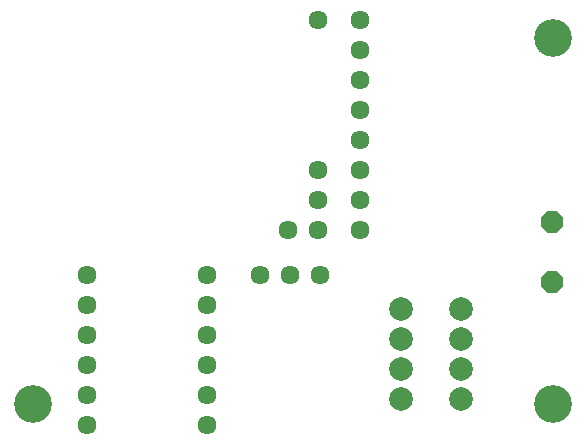
<source format=gts>
G75*
%MOIN*%
%OFA0B0*%
%FSLAX24Y24*%
%IPPOS*%
%LPD*%
%AMOC8*
5,1,8,0,0,1.08239X$1,22.5*
%
%ADD10C,0.1261*%
%ADD11C,0.0635*%
%ADD12C,0.0792*%
%ADD13OC8,0.0720*%
D10*
X002381Y001341D03*
X019704Y001341D03*
X019704Y013546D03*
D11*
X013300Y013160D03*
X013300Y012160D03*
X013300Y011160D03*
X013300Y010160D03*
X013300Y009160D03*
X013300Y008160D03*
X013300Y007160D03*
X011900Y007160D03*
X010900Y007160D03*
X011900Y008160D03*
X011900Y009160D03*
X011950Y005660D03*
X010950Y005660D03*
X009950Y005660D03*
X008200Y005660D03*
X008200Y004660D03*
X008200Y003660D03*
X008200Y002660D03*
X008200Y001660D03*
X008200Y000660D03*
X004200Y000660D03*
X004200Y001660D03*
X004200Y002660D03*
X004200Y003660D03*
X004200Y004660D03*
X004200Y005660D03*
X011900Y014160D03*
X013300Y014160D03*
D12*
X014653Y004514D03*
X014653Y003514D03*
X014653Y002514D03*
X014653Y001514D03*
X016653Y001514D03*
X016653Y002514D03*
X016653Y003514D03*
X016653Y004514D03*
D13*
X019700Y005416D03*
X019700Y007416D03*
M02*

</source>
